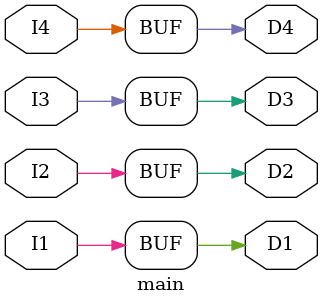
<source format=v>
module main (input  I1, input  I2, input  I3, input  I4, output  D4, output  D3, output  D2, output  D1);
assign D4 = I4;
assign D3 = I3;
assign D2 = I2;
assign D1 = I1;
endmodule


</source>
